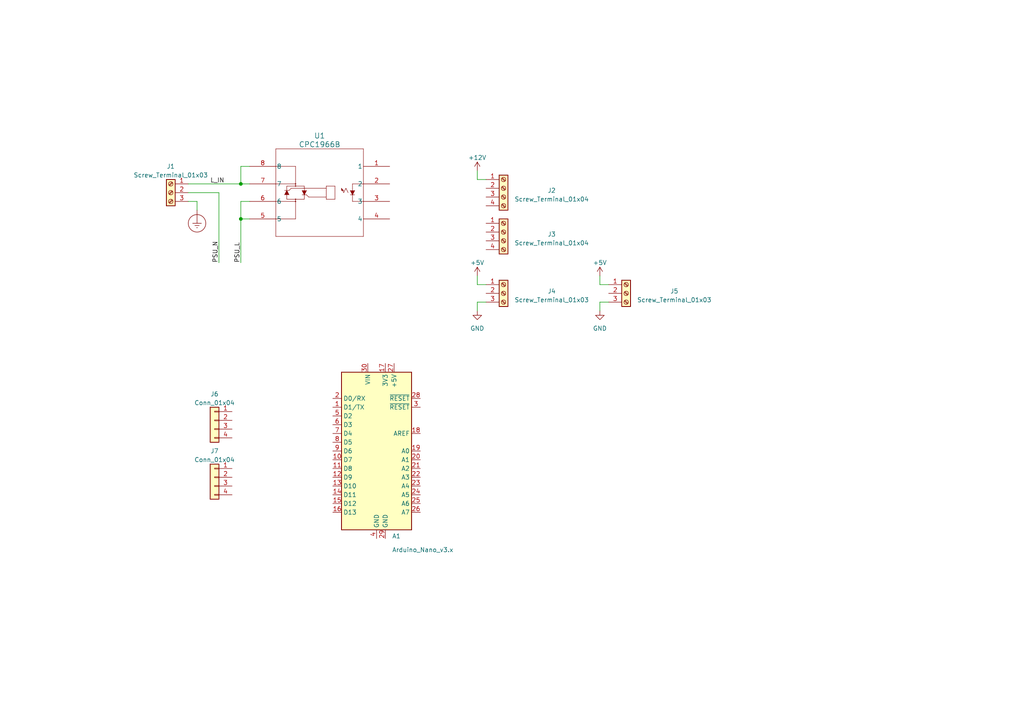
<source format=kicad_sch>
(kicad_sch (version 20230121) (generator eeschema)
  (paper "A4")
  (lib_symbols
    (symbol "Connector:Screw_Terminal_01x03" (pin_names (offset 1.016) hide)
      (property "Reference" "J" (at 0 5.08 0))
      (property "Value" "Screw_Terminal_01x03" (at 0 -5.08 0))
      (symbol "Screw_Terminal_01x03_1_1"
        (rectangle (start -1.27 3.81) (end 1.27 -3.81) (stroke (width 0.254)) (fill (type background)))
        (circle (center 0 -2.54) (radius 0.635) (stroke (width 0.1524)))
        (polyline (pts (xy -0.5334 -2.2098) (xy 0.3302 -3.048)) (stroke (width 0.1524)))
        (polyline (pts (xy -0.5334 0.3302) (xy 0.3302 -0.508)) (stroke (width 0.1524)))
        (polyline (pts (xy -0.5334 2.8702) (xy 0.3302 2.032)) (stroke (width 0.1524)))
        (polyline (pts (xy -0.3556 -2.032) (xy 0.508 -2.8702)) (stroke (width 0.1524)))
        (polyline (pts (xy -0.3556 0.508) (xy 0.508 -0.3302)) (stroke (width 0.1524)))
        (polyline (pts (xy -0.3556 3.048) (xy 0.508 2.2098)) (stroke (width 0.1524)))
        (circle (center 0 0) (radius 0.635) (stroke (width 0.1524)))
        (circle (center 0 2.54) (radius 0.635) (stroke (width 0.1524)))
        (pin passive line (at -5.08 2.54 0) (length 3.81) (name "Pin_1") (number "1"))
        (pin passive line (at -5.08 0 0) (length 3.81) (name "Pin_2") (number "2"))
        (pin passive line (at -5.08 -2.54 0) (length 3.81) (name "Pin_3") (number "3"))
      )
    )
    (symbol "Connector:Screw_Terminal_01x04" (pin_names (offset 1.016) hide)
      (property "Reference" "J" (at 0 5.08 0))
      (property "Value" "Screw_Terminal_01x04" (at 0 -7.62 0))
      (symbol "Screw_Terminal_01x04_1_1"
        (rectangle (start -1.27 3.81) (end 1.27 -6.35) (stroke (width 0.254)) (fill (type background)))
        (circle (center 0 -5.08) (radius 0.635) (stroke (width 0.1524)))
        (circle (center 0 -2.54) (radius 0.635) (stroke (width 0.1524)))
        (polyline (pts (xy -0.5334 -4.7498) (xy 0.3302 -5.588)) (stroke (width 0.1524)))
        (polyline (pts (xy -0.5334 -2.2098) (xy 0.3302 -3.048)) (stroke (width 0.1524)))
        (polyline (pts (xy -0.5334 0.3302) (xy 0.3302 -0.508)) (stroke (width 0.1524)))
        (polyline (pts (xy -0.5334 2.8702) (xy 0.3302 2.032)) (stroke (width 0.1524)))
        (polyline (pts (xy -0.3556 -4.572) (xy 0.508 -5.4102)) (stroke (width 0.1524)))
        (polyline (pts (xy -0.3556 -2.032) (xy 0.508 -2.8702)) (stroke (width 0.1524)))
        (polyline (pts (xy -0.3556 0.508) (xy 0.508 -0.3302)) (stroke (width 0.1524)))
        (polyline (pts (xy -0.3556 3.048) (xy 0.508 2.2098)) (stroke (width 0.1524)))
        (circle (center 0 0) (radius 0.635) (stroke (width 0.1524)))
        (circle (center 0 2.54) (radius 0.635) (stroke (width 0.1524)))
        (pin passive line (at -5.08 2.54 0) (length 3.81) (name "Pin_1") (number "1"))
        (pin passive line (at -5.08 0 0) (length 3.81) (name "Pin_2") (number "2"))
        (pin passive line (at -5.08 -2.54 0) (length 3.81) (name "Pin_3") (number "3"))
        (pin passive line (at -5.08 -5.08 0) (length 3.81) (name "Pin_4") (number "4"))
      )
    )
    (symbol "Connector_Generic:Conn_01x04" (pin_names (offset 1.016) hide)
      (property "Reference" "J" (at 0 5.08 0))
      (property "Value" "Conn_01x04" (at 0 -7.62 0))
      (symbol "Conn_01x04_1_1"
        (rectangle (start -1.27 -4.953) (end 0 -5.207) (stroke (width 0.1524)))
        (rectangle (start -1.27 -2.413) (end 0 -2.667) (stroke (width 0.1524)))
        (rectangle (start -1.27 0.127) (end 0 -0.127) (stroke (width 0.1524)))
        (rectangle (start -1.27 2.667) (end 0 2.413) (stroke (width 0.1524)))
        (rectangle (start -1.27 3.81) (end 1.27 -6.35) (stroke (width 0.254)) (fill (type background)))
        (pin passive line (at -5.08 2.54 0) (length 3.81) (name "Pin_1") (number "1"))
        (pin passive line (at -5.08 0 0) (length 3.81) (name "Pin_2") (number "2"))
        (pin passive line (at -5.08 -2.54 0) (length 3.81) (name "Pin_3") (number "3"))
        (pin passive line (at -5.08 -5.08 0) (length 3.81) (name "Pin_4") (number "4"))
      )
    )
    (symbol "MCU_Module:Arduino_Nano_v3.x"
      (property "Reference" "A" (at -10.16 23.495 0))
      (property "Value" "Arduino_Nano_v3.x" (at 5.08 -24.13 0))
      (symbol "Arduino_Nano_v3.x_0_1"
        (rectangle (start -10.16 22.86) (end 10.16 -22.86) (stroke (width 0.254)) (fill (type background)))
      )
      (symbol "Arduino_Nano_v3.x_1_1"
        (pin bidirectional line (at -12.7 12.7 0) (length 2.54) (name "D1/TX") (number "1"))
        (pin bidirectional line (at -12.7 -2.54 0) (length 2.54) (name "D7") (number "10"))
        (pin bidirectional line (at -12.7 -5.08 0) (length 2.54) (name "D8") (number "11"))
        (pin bidirectional line (at -12.7 -7.62 0) (length 2.54) (name "D9") (number "12"))
        (pin bidirectional line (at -12.7 -10.16 0) (length 2.54) (name "D10") (number "13"))
        (pin bidirectional line (at -12.7 -12.7 0) (length 2.54) (name "D11") (number "14"))
        (pin bidirectional line (at -12.7 -15.24 0) (length 2.54) (name "D12") (number "15"))
        (pin bidirectional line (at -12.7 -17.78 0) (length 2.54) (name "D13") (number "16"))
        (pin power_out line (at 2.54 25.4 270) (length 2.54) (name "3V3") (number "17"))
        (pin input line (at 12.7 5.08 180) (length 2.54) (name "AREF") (number "18"))
        (pin bidirectional line (at 12.7 0 180) (length 2.54) (name "A0") (number "19"))
        (pin bidirectional line (at -12.7 15.24 0) (length 2.54) (name "D0/RX") (number "2"))
        (pin bidirectional line (at 12.7 -2.54 180) (length 2.54) (name "A1") (number "20"))
        (pin bidirectional line (at 12.7 -5.08 180) (length 2.54) (name "A2") (number "21"))
        (pin bidirectional line (at 12.7 -7.62 180) (length 2.54) (name "A3") (number "22"))
        (pin bidirectional line (at 12.7 -10.16 180) (length 2.54) (name "A4") (number "23"))
        (pin bidirectional line (at 12.7 -12.7 180) (length 2.54) (name "A5") (number "24"))
        (pin bidirectional line (at 12.7 -15.24 180) (length 2.54) (name "A6") (number "25"))
        (pin bidirectional line (at 12.7 -17.78 180) (length 2.54) (name "A7") (number "26"))
        (pin power_out line (at 5.08 25.4 270) (length 2.54) (name "+5V") (number "27"))
        (pin input line (at 12.7 15.24 180) (length 2.54) (name "~{RESET}") (number "28"))
        (pin power_in line (at 2.54 -25.4 90) (length 2.54) (name "GND") (number "29"))
        (pin input line (at 12.7 12.7 180) (length 2.54) (name "~{RESET}") (number "3"))
        (pin power_in line (at -2.54 25.4 270) (length 2.54) (name "VIN") (number "30"))
        (pin power_in line (at 0 -25.4 90) (length 2.54) (name "GND") (number "4"))
        (pin bidirectional line (at -12.7 10.16 0) (length 2.54) (name "D2") (number "5"))
        (pin bidirectional line (at -12.7 7.62 0) (length 2.54) (name "D3") (number "6"))
        (pin bidirectional line (at -12.7 5.08 0) (length 2.54) (name "D4") (number "7"))
        (pin bidirectional line (at -12.7 2.54 0) (length 2.54) (name "D5") (number "8"))
        (pin bidirectional line (at -12.7 0 0) (length 2.54) (name "D6") (number "9"))
      )
    )
    (symbol "power:+12V" (power) (pin_names (offset 0))
      (property "Value" "+12V" (at 0 3.556 0))
      (symbol "+12V_0_1"
        (polyline (pts (xy -0.762 1.27) (xy 0 2.54)))
        (polyline (pts (xy 0 0) (xy 0 2.54)))
        (polyline (pts (xy 0 2.54) (xy 0.762 1.27)))
      )
      (symbol "+12V_1_1"
        (pin power_in line (at 0 0 90) (length 0) hide (name "+12V") (number "1"))
      )
    )
    (symbol "power:+5V" (power) (pin_names (offset 0))
      (property "Value" "+5V" (at 0 3.556 0))
      (symbol "+5V_0_1"
        (polyline (pts (xy -0.762 1.27) (xy 0 2.54)))
        (polyline (pts (xy 0 0) (xy 0 2.54)))
        (polyline (pts (xy 0 2.54) (xy 0.762 1.27)))
      )
      (symbol "+5V_1_1"
        (pin power_in line (at 0 0 90) (length 0) hide (name "+5V") (number "1"))
      )
    )
    (symbol "power:Earth_Protective" (power) (pin_names (offset 0))
      (symbol "Earth_Protective_0_1"
        (circle (center 0 -3.81) (radius 2.54))
        (polyline (pts (xy -0.635 -4.445) (xy 0.635 -4.445)))
        (polyline (pts (xy -0.127 -5.08) (xy 0.127 -5.08)))
        (polyline (pts (xy 0 -3.81) (xy 0 0)))
        (polyline (pts (xy 1.27 -3.81) (xy -1.27 -3.81)))
      )
      (symbol "Earth_Protective_1_1"
        (pin power_in line (at 0 0 270) (length 0) hide (name "Earth_Protective") (number "1"))
      )
    )
    (symbol "power:GND" (power) (pin_names (offset 0))
      (property "Value" "GND" (at 0 -3.81 0))
      (symbol "GND_0_1"
        (polyline (pts (xy 0 0) (xy 0 -1.27) (xy 1.27 -1.27) (xy 0 -2.54) (xy -1.27 -1.27) (xy 0 -1.27)))
      )
      (symbol "GND_1_1"
        (pin power_in line (at 0 0 270) (length 0) hide (name "GND") (number "1"))
      )
    )
    (symbol "vhrd_ssr:CPC1966B" (pin_names (offset 0.254))
      (property "Reference" "U" (at 20.32 10.16 0))
      (property "Value" "CPC1966B" (at 20.32 7.62 0))
      (symbol "CPC1966B_0_1"
        (polyline (pts (xy 7.62 -20.32) (xy 33.02 -20.32)) (stroke (width 0.127)))
        (polyline (pts (xy 7.62 -10.16) (xy 10.795 -10.16)) (stroke (width 0.127)))
        (polyline (pts (xy 7.62 -5.08) (xy 10.795 -5.08)) (stroke (width 0.127)))
        (polyline (pts (xy 7.62 5.08) (xy 7.62 -20.32)) (stroke (width 0.127)))
        (polyline (pts (xy 10.16 -8.255) (xy 11.43 -8.255)) (stroke (width 0.127)))
        (polyline (pts (xy 10.795 -5.08) (xy 10.795 -10.16)) (stroke (width 0.127)))
        (polyline (pts (xy 12.065 -7.62) (xy 12.7 -6.35)) (stroke (width 0.127)))
        (polyline (pts (xy 12.7 -6.35) (xy 13.335 -7.62)) (stroke (width 0.127)))
        (polyline (pts (xy 13.335 -7.62) (xy 13.97 -6.35)) (stroke (width 0.127)))
        (polyline (pts (xy 15.875 -9.525) (xy 18.415 -9.525)) (stroke (width 0.127)))
        (polyline (pts (xy 15.875 -5.715) (xy 15.875 -9.525)) (stroke (width 0.127)))
        (polyline (pts (xy 18.415 -8.89) (xy 23.495 -8.89)) (stroke (width 0.127)))
        (polyline (pts (xy 18.415 -5.715) (xy 15.875 -5.715)) (stroke (width 0.127)))
        (polyline (pts (xy 18.415 -5.715) (xy 18.415 -9.525)) (stroke (width 0.127)))
        (polyline (pts (xy 23.495 -8.89) (xy 24.13 -8.255)) (stroke (width 0.127)))
        (polyline (pts (xy 24.13 -8.255) (xy 25.4 -8.255)) (stroke (width 0.127)))
        (polyline (pts (xy 24.765 -5.715) (xy 24.765 -9.525)) (stroke (width 0.127)))
        (polyline (pts (xy 24.765 -5.715) (xy 29.845 -5.715)) (stroke (width 0.127)))
        (polyline (pts (xy 27.305 -10.16) (xy 33.02 -10.16)) (stroke (width 0.127)))
        (polyline (pts (xy 27.305 -9.525) (xy 27.305 -15.24)) (stroke (width 0.127)))
        (polyline (pts (xy 27.305 -5.715) (xy 27.305 0)) (stroke (width 0.127)))
        (polyline (pts (xy 27.305 0) (xy 33.02 0)) (stroke (width 0.127)))
        (polyline (pts (xy 28.575 -6.35) (xy 18.415 -6.35)) (stroke (width 0.127)))
        (polyline (pts (xy 29.21 -6.985) (xy 28.575 -6.35)) (stroke (width 0.127)))
        (polyline (pts (xy 29.845 -9.525) (xy 24.765 -9.525)) (stroke (width 0.127)))
        (polyline (pts (xy 29.845 -5.715) (xy 29.845 -9.525)) (stroke (width 0.127)))
        (polyline (pts (xy 30.48 -6.985) (xy 29.21 -6.985)) (stroke (width 0.127)))
        (polyline (pts (xy 33.02 -20.32) (xy 33.02 5.08)) (stroke (width 0.127)))
        (polyline (pts (xy 33.02 -15.24) (xy 27.305 -15.24)) (stroke (width 0.127)))
        (polyline (pts (xy 33.02 -5.08) (xy 27.305 -5.08)) (stroke (width 0.127)))
        (polyline (pts (xy 33.02 5.08) (xy 7.62 5.08)) (stroke (width 0.127)))
        (polyline (pts (xy 10.16 -6.985) (xy 10.795 -8.255) (xy 11.43 -6.985)) (fill (type outline)))
        (polyline (pts (xy 13.97 -6.35) (xy 13.97 -6.985) (xy 13.335 -6.985)) (fill (type outline)))
        (polyline (pts (xy 24.13 -6.985) (xy 24.765 -8.255) (xy 25.4 -6.985)) (fill (type outline)))
        (polyline (pts (xy 30.48 -8.255) (xy 29.845 -6.985) (xy 29.21 -8.255)) (fill (type outline)))
        (circle (center 27.305 -10.16) (radius 0.127) (stroke (width 0.127)))
        (circle (center 27.305 -9.525) (radius 0.127) (stroke (width 0.127)))
        (circle (center 27.305 -5.715) (radius 0.127) (stroke (width 0.127)))
        (circle (center 27.305 -5.08) (radius 0.127) (stroke (width 0.127)))
        (pin unspecified line (at 0 0 0) (length 7.62) (name "1") (number "1"))
        (pin unspecified line (at 0 -5.08 0) (length 7.62) (name "2") (number "2"))
        (pin unspecified line (at 0 -10.16 0) (length 7.62) (name "3") (number "3"))
        (pin unspecified line (at 0 -15.24 0) (length 7.62) (name "4") (number "4"))
        (pin unspecified line (at 40.64 -15.24 180) (length 7.62) (name "5") (number "5"))
        (pin unspecified line (at 40.64 -10.16 180) (length 7.62) (name "6") (number "6"))
        (pin unspecified line (at 40.64 -5.08 180) (length 7.62) (name "7") (number "7"))
        (pin unspecified line (at 40.64 0 180) (length 7.62) (name "8") (number "8"))
      )
    )
  )
  (junction (at 69.85 53.34))
  (junction (at 69.85 63.5))
  (wire (pts (xy 72.39 58.42) (xy 69.85 58.42)))
  (wire (pts (xy 173.99 82.55) (xy 176.53 82.55)))
  (wire (pts (xy 63.5 55.88) (xy 63.5 76.2)))
  (wire (pts (xy 138.43 80.01) (xy 138.43 82.55)))
  (wire (pts (xy 140.97 52.07) (xy 138.43 52.07)))
  (wire (pts (xy 138.43 82.55) (xy 140.97 82.55)))
  (wire (pts (xy 69.85 58.42) (xy 69.85 63.5)))
  (wire (pts (xy 69.85 63.5) (xy 72.39 63.5)))
  (wire (pts (xy 54.61 55.88) (xy 63.5 55.88)))
  (wire (pts (xy 69.85 63.5) (xy 69.85 76.2)))
  (wire (pts (xy 69.85 53.34) (xy 72.39 53.34)))
  (wire (pts (xy 173.99 87.63) (xy 176.53 87.63)))
  (wire (pts (xy 173.99 90.17) (xy 173.99 87.63)))
  (wire (pts (xy 138.43 90.17) (xy 138.43 87.63)))
  (wire (pts (xy 138.43 87.63) (xy 140.97 87.63)))
  (wire (pts (xy 173.99 80.01) (xy 173.99 82.55)))
  (wire (pts (xy 54.61 58.42) (xy 57.15 58.42)))
  (wire (pts (xy 72.39 48.26) (xy 69.85 48.26)))
  (wire (pts (xy 138.43 52.07) (xy 138.43 49.53)))
  (wire (pts (xy 69.85 48.26) (xy 69.85 53.34)))
  (wire (pts (xy 57.15 58.42) (xy 57.15 60.96)))
  (wire (pts (xy 54.61 53.34) (xy 69.85 53.34)))
  (label "L_IN" (at 60.96 53.34 0))
  (label "PSU_L" (at 69.85 76.2 90))
  (label "PSU_N" (at 63.5 76.2 90))
  (symbol (lib_id "power:+5V") (at 173.99 80.01 0) (unit 1)
    (property "Reference" "#PWR04" (effects hide))
    (property "Value" "+5V" (at 173.99 76.2 0))
  )
  (symbol (lib_id "power:+5V") (at 138.43 80.01 0) (unit 1)
    (property "Reference" "#PWR05" (effects hide))
    (property "Value" "+5V" (at 138.43 76.2 0))
  )
  (symbol (lib_id "power:GND") (at 173.99 90.17 0) (unit 1)
    (property "Reference" "#PWR03" (effects hide))
    (property "Value" "GND" (at 173.99 95.25 0))
  )
  (symbol (lib_id "vhrd_ssr:CPC1966B") (at 113.03 48.26 0) (mirror y) (unit 1)
    (property "Reference" "U1" (at 92.71 39.37 0) (effects (font (size 1.524 1.524))))
    (property "Value" "CPC1966B" (at 92.71 41.91 0) (effects (font (size 1.524 1.524))))
    (property "Footprint" "vhrd_ssr:CPC1966B_IXYS-M" (effects hide))
    (property "Datasheet" "CPC1966B" (effects hide))
  )
  (symbol (lib_id "MCU_Module:Arduino_Nano_v3.x") (at 109.22 130.81 0) (unit 1)
    (property "Reference" "A1" (at 113.7159 156.21 0) (effects (justify left bottom)))
    (property "Value" "Arduino_Nano_v3.x" (at 113.7159 158.75 0) (effects (justify left top)))
    (property "Footprint" "Module:Arduino_Nano" (effects hide))
    (property "Datasheet" "http://www.mouser.com/pdfdocs/Gravitech_Arduino_Nano3_0.pdf" (effects hide))
  )
  (symbol (lib_id "power:GND") (at 138.43 90.17 0) (unit 1)
    (property "Reference" "#PWR06" (effects hide))
    (property "Value" "GND" (at 138.43 95.25 0))
  )
  (symbol (lib_id "power:+12V") (at 138.43 49.53 0) (unit 1)
    (property "Reference" "#PWR02" (effects hide))
    (property "Value" "+12V" (at 138.43 45.72 0))
  )
  (symbol (lib_id "Connector:Screw_Terminal_01x03") (at 181.61 85.09 0) (unit 1)
    (property "Reference" "J5" (at 195.58 84.455 0))
    (property "Value" "Screw_Terminal_01x03" (at 195.58 86.995 0))
    (property "Footprint" "TerminalBlock_Phoenix:TerminalBlock_Phoenix_PT-1,5-3-3.5-H_1x03_P3.50mm_Horizontal" (effects hide))
  )
  (symbol (lib_id "Connector:Screw_Terminal_01x04") (at 146.05 54.61 0) (unit 1)
    (property "Reference" "J2" (at 160.02 55.245 0))
    (property "Value" "Screw_Terminal_01x04" (at 160.02 57.785 0))
    (property "Footprint" "TerminalBlock_Phoenix:TerminalBlock_Phoenix_PT-1,5-4-3.5-H_1x04_P3.50mm_Horizontal" (effects hide))
  )
  (symbol (lib_id "Connector_Generic:Conn_01x04") (at 62.23 138.43 0) (mirror y) (unit 1)
    (property "Reference" "J7" (at 62.23 130.81 0))
    (property "Value" "Conn_01x04" (at 62.23 133.35 0))
    (property "Footprint" "Connector_Molex:Molex_Nano-Fit_105309-xx04_1x04_P2.50mm_Vertical" (effects hide))
  )
  (symbol (lib_id "Connector_Generic:Conn_01x04") (at 62.23 121.92 0) (mirror y) (unit 1)
    (property "Reference" "J6" (at 62.23 114.3 0))
    (property "Value" "Conn_01x04" (at 62.23 116.84 0))
    (property "Footprint" "Connector_Molex:Molex_Nano-Fit_105309-xx04_1x04_P2.50mm_Vertical" (effects hide))
  )
  (symbol (lib_id "power:Earth_Protective") (at 57.15 60.96 0) (unit 1)
    (property "Reference" "#PWR01" (effects hide))
    (property "Value" "Earth_Protective" (effects hide))
  )
  (symbol (lib_id "Connector:Screw_Terminal_01x04") (at 146.05 67.31 0) (unit 1)
    (property "Reference" "J3" (at 160.02 67.945 0))
    (property "Value" "Screw_Terminal_01x04" (at 160.02 70.485 0))
    (property "Footprint" "TerminalBlock_Phoenix:TerminalBlock_Phoenix_PT-1,5-4-3.5-H_1x04_P3.50mm_Horizontal" (effects hide))
  )
  (symbol (lib_id "Connector:Screw_Terminal_01x03") (at 49.53 55.88 0) (mirror y) (unit 1)
    (property "Reference" "J1" (at 49.53 48.26 0))
    (property "Value" "Screw_Terminal_01x03" (at 49.53 50.8 0))
    (property "Footprint" "TerminalBlock_Phoenix:TerminalBlock_Phoenix_PT-1,5-3-5.0-H_1x03_P5.00mm_Horizontal" (effects hide))
  )
  (symbol (lib_id "Connector:Screw_Terminal_01x03") (at 146.05 85.09 0) (unit 1)
    (property "Reference" "J4" (at 160.02 84.455 0))
    (property "Value" "Screw_Terminal_01x03" (at 160.02 86.995 0))
    (property "Footprint" "TerminalBlock_Phoenix:TerminalBlock_Phoenix_PT-1,5-3-3.5-H_1x03_P3.50mm_Horizontal" (effects hide))
  )
)
</source>
